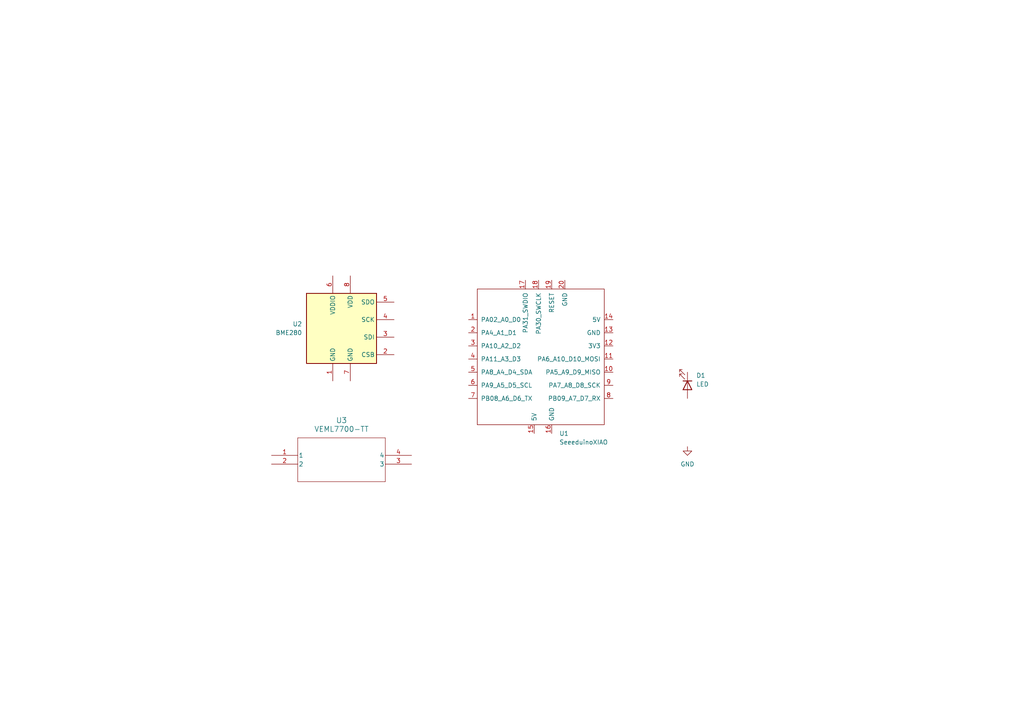
<source format=kicad_sch>
(kicad_sch (version 20230121) (generator eeschema)
  (paper "A4")
  (lib_symbols
    (symbol "Device:LED" (pin_numbers hide) (pin_names (offset 1.016) hide)
      (property "Reference" "D" (at 0 2.54 0))
      (property "Value" "LED" (at 0 -2.54 0))
      (symbol "LED_0_1"
        (polyline (pts (xy -1.27 -1.27) (xy -1.27 1.27)) (stroke (width 0.254)))
        (polyline (pts (xy -1.27 0) (xy 1.27 0)))
        (polyline (pts (xy 1.27 -1.27) (xy 1.27 1.27) (xy -1.27 0) (xy 1.27 -1.27)) (stroke (width 0.254)))
        (polyline (pts (xy -3.048 -0.762) (xy -4.572 -2.286) (xy -3.81 -2.286) (xy -4.572 -2.286) (xy -4.572 -1.524)))
        (polyline (pts (xy -1.778 -0.762) (xy -3.302 -2.286) (xy -2.54 -2.286) (xy -3.302 -2.286) (xy -3.302 -1.524)))
      )
      (symbol "LED_1_1"
        (pin passive line (at -3.81 0 0) (length 2.54) (name "K") (number "1"))
        (pin passive line (at 3.81 0 180) (length 2.54) (name "A") (number "2"))
      )
    )
    (symbol "Seeed Xiao esp32s3:SeeeduinoXIAO" (pin_names (offset 1.016))
      (property "Reference" "U" (at -19.05 22.86 0))
      (property "Value" "SeeeduinoXIAO" (at -12.7 21.59 0))
      (symbol "SeeeduinoXIAO_0_1"
        (rectangle (start -19.05 20.32) (end 17.78 -19.05))
      )
      (symbol "SeeeduinoXIAO_1_1"
        (pin unspecified line (at -21.59 11.43 0) (length 2.54) (name "PA02_A0_D0") (number "1"))
        (pin unspecified line (at 20.32 -3.81 180) (length 2.54) (name "PA5_A9_D9_MISO") (number "10"))
        (pin unspecified line (at 20.32 0 180) (length 2.54) (name "PA6_A10_D10_MOSI") (number "11"))
        (pin unspecified line (at 20.32 3.81 180) (length 2.54) (name "3V3") (number "12"))
        (pin unspecified line (at 20.32 7.62 180) (length 2.54) (name "GND") (number "13"))
        (pin unspecified line (at 20.32 11.43 180) (length 2.54) (name "5V") (number "14"))
        (pin input line (at -2.54 -21.59 90) (length 2.54) (name "5V") (number "15"))
        (pin input line (at 2.54 -21.59 90) (length 2.54) (name "GND") (number "16"))
        (pin input line (at -5.08 22.86 270) (length 2.54) (name "PA31_SWDIO") (number "17"))
        (pin input line (at -1.27 22.86 270) (length 2.54) (name "PA30_SWCLK") (number "18"))
        (pin input line (at 2.54 22.86 270) (length 2.54) (name "RESET") (number "19"))
        (pin unspecified line (at -21.59 7.62 0) (length 2.54) (name "PA4_A1_D1") (number "2"))
        (pin input line (at 6.35 22.86 270) (length 2.54) (name "GND") (number "20"))
        (pin unspecified line (at -21.59 3.81 0) (length 2.54) (name "PA10_A2_D2") (number "3"))
        (pin unspecified line (at -21.59 0 0) (length 2.54) (name "PA11_A3_D3") (number "4"))
        (pin unspecified line (at -21.59 -3.81 0) (length 2.54) (name "PA8_A4_D4_SDA") (number "5"))
        (pin unspecified line (at -21.59 -7.62 0) (length 2.54) (name "PA9_A5_D5_SCL") (number "6"))
        (pin unspecified line (at -21.59 -11.43 0) (length 2.54) (name "PB08_A6_D6_TX") (number "7"))
        (pin unspecified line (at 20.32 -11.43 180) (length 2.54) (name "PB09_A7_D7_RX") (number "8"))
        (pin unspecified line (at 20.32 -7.62 180) (length 2.54) (name "PA7_A8_D8_SCK") (number "9"))
      )
    )
    (symbol "Sensor:BME280"
      (property "Reference" "U" (at -8.89 11.43 0))
      (property "Value" "BME280" (at 7.62 11.43 0))
      (symbol "BME280_0_1"
        (rectangle (start -10.16 10.16) (end 10.16 -10.16) (stroke (width 0.254)) (fill (type background)))
      )
      (symbol "BME280_1_1"
        (pin power_in line (at -2.54 -15.24 90) (length 5.08) (name "GND") (number "1"))
        (pin input line (at 15.24 -7.62 180) (length 5.08) (name "CSB") (number "2"))
        (pin bidirectional line (at 15.24 -2.54 180) (length 5.08) (name "SDI") (number "3"))
        (pin input line (at 15.24 2.54 180) (length 5.08) (name "SCK") (number "4"))
        (pin bidirectional line (at 15.24 7.62 180) (length 5.08) (name "SDO") (number "5"))
        (pin power_in line (at -2.54 15.24 270) (length 5.08) (name "VDDIO") (number "6"))
        (pin power_in line (at 2.54 -15.24 90) (length 5.08) (name "GND") (number "7"))
        (pin power_in line (at 2.54 15.24 270) (length 5.08) (name "VDD") (number "8"))
      )
    )
    (symbol "VEML7700:VEML7700-TT" (pin_names (offset 0.254))
      (property "Reference" "U" (at 20.32 10.16 0))
      (property "Value" "VEML7700-TT" (at 20.32 7.62 0))
      (symbol "VEML7700-TT_0_1"
        (polyline (pts (xy 7.62 -7.62) (xy 33.02 -7.62)) (stroke (width 0.127)))
        (polyline (pts (xy 7.62 5.08) (xy 7.62 -7.62)) (stroke (width 0.127)))
        (polyline (pts (xy 33.02 -7.62) (xy 33.02 5.08)) (stroke (width 0.127)))
        (polyline (pts (xy 33.02 5.08) (xy 7.62 5.08)) (stroke (width 0.127)))
        (pin unspecified line (at 0 0 0) (length 7.62) (name "1") (number "1"))
        (pin unspecified line (at 0 -2.54 0) (length 7.62) (name "2") (number "2"))
        (pin unspecified line (at 40.64 -2.54 180) (length 7.62) (name "3") (number "3"))
        (pin unspecified line (at 40.64 0 180) (length 7.62) (name "4") (number "4"))
      )
    )
    (symbol "power:GND" (power) (pin_names (offset 0))
      (property "Value" "GND" (at 0 -3.81 0))
      (symbol "GND_0_1"
        (polyline (pts (xy 0 0) (xy 0 -1.27) (xy 1.27 -1.27) (xy 0 -2.54) (xy -1.27 -1.27) (xy 0 -1.27)))
      )
      (symbol "GND_1_1"
        (pin power_in line (at 0 0 270) (length 0) hide (name "GND") (number "1"))
      )
    )
  )
  (symbol (lib_id "VEML7700:VEML7700-TT") (at 78.74 132.08 0) (unit 1)
    (property "Reference" "U3" (at 99.06 121.92 0) (effects (font (size 1.524 1.524))))
    (property "Value" "VEML7700-TT" (at 99.06 124.46 0) (effects (font (size 1.524 1.524))))
    (property "Footprint" "SMT_L7700-TT_VIS" (effects hide))
    (property "Datasheet" "VEML7700-TT" (effects hide))
  )
  (symbol (lib_id "power:GND") (at 199.39 129.54 0) (unit 1)
    (property "Reference" "#PWR01" (effects hide))
    (property "Value" "GND" (at 199.39 134.62 0))
  )
  (symbol (lib_id "Device:LED") (at 199.39 111.76 270) (unit 1)
    (property "Reference" "D1" (at 201.93 108.9025 90) (effects (justify left)))
    (property "Value" "LED" (at 201.93 111.4425 90) (effects (justify left)))
  )
  (symbol (lib_id "Seeed Xiao esp32s3:SeeeduinoXIAO") (at 157.48 104.14 0) (unit 1)
    (property "Reference" "U1" (at 162.2141 125.73 0) (effects (justify left)))
    (property "Value" "SeeeduinoXIAO" (at 162.2141 128.27 0) (effects (justify left)))
    (property "Footprint" "Seeed Xiao esp32s3 footprint:Seeeduino XIAO-MOUDLE14P-2.54-21X17.8MM" (effects hide))
  )
  (symbol (lib_id "Sensor:BME280") (at 99.06 95.25 0) (unit 1)
    (property "Reference" "U2" (at 87.63 93.98 0) (effects (justify right)))
    (property "Value" "BME280" (at 87.63 96.52 0) (effects (justify right)))
    (property "Footprint" "Package_LGA:Bosch_LGA-8_2.5x2.5mm_P0.65mm_ClockwisePinNumbering" (effects hide))
    (property "Datasheet" "https://www.bosch-sensortec.com/media/boschsensortec/downloads/datasheets/bst-bme280-ds002.pdf" (effects hide))
  )
)
</source>
